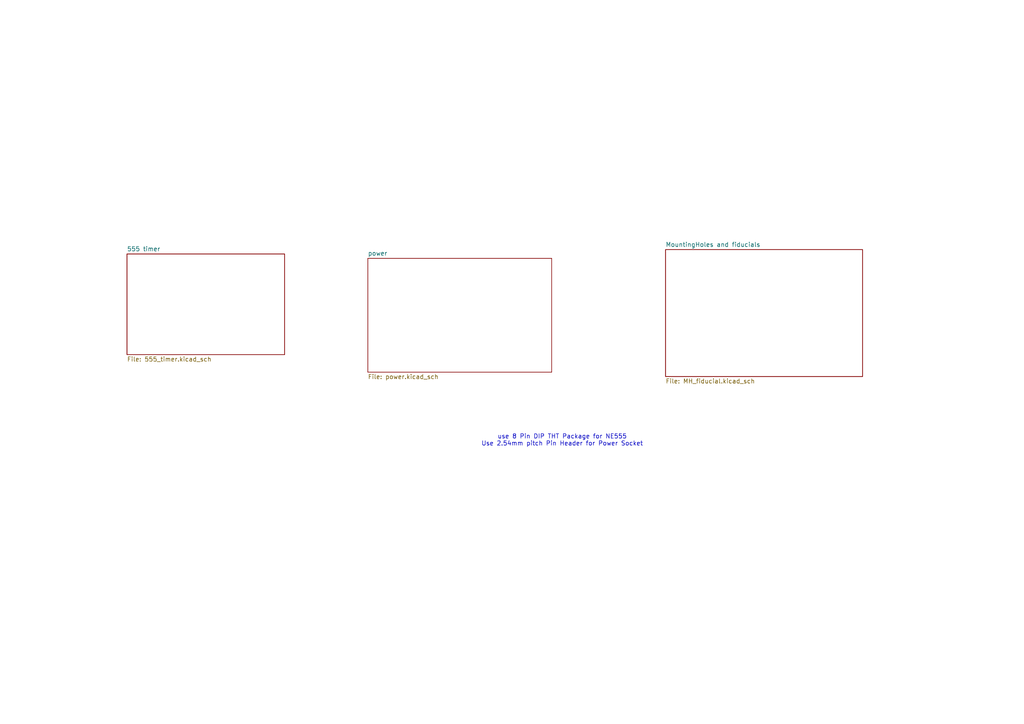
<source format=kicad_sch>
(kicad_sch
	(version 20250114)
	(generator "eeschema")
	(generator_version "9.0")
	(uuid "0f1f8799-224b-47cb-ac3d-31f73aa682aa")
	(paper "A4")
	(title_block
		(title "555 astable multivibrator")
		(company "niya")
		(comment 1 "test project")
	)
	(lib_symbols)
	(text "use 8 Pin DIP THT Package for NE555\nUse 2.54mm pitch Pin Header for Power Socket"
		(exclude_from_sim no)
		(at 163.068 127.762 0)
		(effects
			(font
				(size 1.27 1.27)
			)
		)
		(uuid "4f1101c2-0c36-40fc-8164-c02288e986c1")
	)
	(sheet
		(at 36.83 73.66)
		(size 45.72 29.21)
		(exclude_from_sim no)
		(in_bom yes)
		(on_board yes)
		(dnp no)
		(fields_autoplaced yes)
		(stroke
			(width 0.1524)
			(type solid)
		)
		(fill
			(color 0 0 0 0.0000)
		)
		(uuid "11866f9b-97bd-4bc2-a178-2373af1431d9")
		(property "Sheetname" "555 timer"
			(at 36.83 72.9484 0)
			(effects
				(font
					(size 1.27 1.27)
				)
				(justify left bottom)
			)
		)
		(property "Sheetfile" "555_timer.kicad_sch"
			(at 36.83 103.4546 0)
			(effects
				(font
					(size 1.27 1.27)
				)
				(justify left top)
			)
		)
		(instances
			(project "555 Astable multivibrator"
				(path "/0f1f8799-224b-47cb-ac3d-31f73aa682aa"
					(page "2")
				)
			)
		)
	)
	(sheet
		(at 106.68 74.93)
		(size 53.34 33.02)
		(exclude_from_sim no)
		(in_bom yes)
		(on_board yes)
		(dnp no)
		(fields_autoplaced yes)
		(stroke
			(width 0.1524)
			(type solid)
		)
		(fill
			(color 0 0 0 0.0000)
		)
		(uuid "37056d01-9575-41c0-b30b-69b7b17e8cf6")
		(property "Sheetname" "power"
			(at 106.68 74.2184 0)
			(effects
				(font
					(size 1.27 1.27)
				)
				(justify left bottom)
			)
		)
		(property "Sheetfile" "power.kicad_sch"
			(at 106.68 108.5346 0)
			(effects
				(font
					(size 1.27 1.27)
				)
				(justify left top)
			)
		)
		(instances
			(project "555 Astable multivibrator"
				(path "/0f1f8799-224b-47cb-ac3d-31f73aa682aa"
					(page "3")
				)
			)
		)
	)
	(sheet
		(at 193.04 72.39)
		(size 57.15 36.83)
		(exclude_from_sim no)
		(in_bom yes)
		(on_board yes)
		(dnp no)
		(fields_autoplaced yes)
		(stroke
			(width 0.1524)
			(type solid)
		)
		(fill
			(color 0 0 0 0.0000)
		)
		(uuid "e6b25c26-8215-4786-a968-79e7a912433d")
		(property "Sheetname" "MountingHoles and fiducials"
			(at 193.04 71.6784 0)
			(effects
				(font
					(size 1.27 1.27)
				)
				(justify left bottom)
			)
		)
		(property "Sheetfile" "MH_fiducial.kicad_sch"
			(at 193.04 109.8046 0)
			(effects
				(font
					(size 1.27 1.27)
				)
				(justify left top)
			)
		)
		(instances
			(project "555 Astable multivibrator"
				(path "/0f1f8799-224b-47cb-ac3d-31f73aa682aa"
					(page "4")
				)
			)
		)
	)
	(sheet_instances
		(path "/"
			(page "1")
		)
	)
	(embedded_fonts no)
)

</source>
